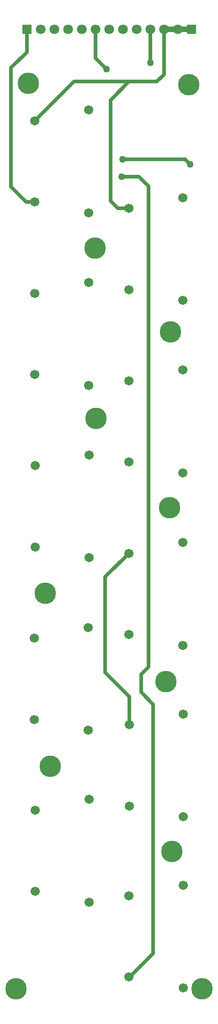
<source format=gbl>
%FSLAX23Y23*%
%MOIN*%
G70*
G01*
G75*
G04 Layer_Physical_Order=2*
G04 Layer_Color=48896*
%ADD10C,0.028*%
%ADD11R,0.071X0.071*%
%ADD12C,0.071*%
%ADD13C,0.157*%
%ADD14C,0.067*%
%ADD15C,0.050*%
%ADD16C,0.039*%
D10*
X7673Y3575D02*
X7844Y3746D01*
X7673Y2878D02*
Y3575D01*
Y2878D02*
X7848Y2703D01*
Y2498D02*
Y2703D01*
X7920Y6488D02*
X7988Y6420D01*
Y2919D02*
Y6420D01*
X7935Y2866D02*
X7988Y2919D01*
X7712Y6312D02*
Y7046D01*
Y6312D02*
X7766Y6258D01*
X7844D01*
X6986Y6415D02*
Y7282D01*
X7096Y6305D02*
X7159D01*
X6986Y6415D02*
X7096Y6305D01*
X7846Y7181D02*
X8050D01*
X7445D02*
X7846D01*
X7712Y7046D02*
X7846Y7181D01*
X8101Y7232D02*
Y7562D01*
X8050Y7181D02*
X8101Y7232D01*
X7159Y6896D02*
X7445Y7181D01*
X7601Y7352D02*
Y7562D01*
Y7352D02*
X7682Y7271D01*
X7793Y6488D02*
X7920D01*
X8257Y6616D02*
X8293Y6580D01*
X7799Y6616D02*
X8257D01*
X7101Y7397D02*
Y7562D01*
X8001Y7318D02*
Y7562D01*
X6986Y7282D02*
X7101Y7397D01*
X7163Y1871D02*
X7175D01*
X7850Y658D02*
X8023Y831D01*
X7935Y2734D02*
Y2866D01*
Y2734D02*
X8023Y2646D01*
Y831D02*
Y2646D01*
D11*
X8301Y7562D02*
D03*
X7101D02*
D03*
D12*
X8201D02*
D03*
X8101D02*
D03*
X8001D02*
D03*
X7901D02*
D03*
X7801D02*
D03*
X7701D02*
D03*
X7601D02*
D03*
X7501D02*
D03*
X7401D02*
D03*
X7301D02*
D03*
X7201D02*
D03*
D13*
X7022Y575D02*
D03*
X8380D02*
D03*
X7272Y2197D02*
D03*
X8158Y1575D02*
D03*
X8114Y2811D02*
D03*
X7236Y3457D02*
D03*
X8142Y4079D02*
D03*
X7606Y4728D02*
D03*
X8150Y5358D02*
D03*
X7598Y5969D02*
D03*
X8282Y7158D02*
D03*
X7112Y7169D02*
D03*
D14*
X7553Y6974D02*
D03*
Y6226D02*
D03*
X7159Y6896D02*
D03*
Y6305D02*
D03*
X7557Y1955D02*
D03*
Y1207D02*
D03*
X7163Y1876D02*
D03*
Y1285D02*
D03*
X8238Y6337D02*
D03*
Y5589D02*
D03*
X7844Y6258D02*
D03*
Y5667D02*
D03*
X8238Y5081D02*
D03*
Y4333D02*
D03*
X7844Y5002D02*
D03*
Y4411D02*
D03*
X7557Y4463D02*
D03*
Y3715D02*
D03*
X7163Y4384D02*
D03*
Y3793D02*
D03*
X8238Y3825D02*
D03*
Y3077D02*
D03*
X7844Y3746D02*
D03*
Y3156D02*
D03*
X8241Y1330D02*
D03*
Y582D02*
D03*
X7847Y1251D02*
D03*
Y661D02*
D03*
X7549Y3207D02*
D03*
Y2459D02*
D03*
X7156Y3128D02*
D03*
Y2537D02*
D03*
X7553Y5719D02*
D03*
Y4970D02*
D03*
X7159Y5640D02*
D03*
Y5049D02*
D03*
X8242Y2577D02*
D03*
Y1829D02*
D03*
X7848Y2498D02*
D03*
Y1907D02*
D03*
D15*
X7682Y7271D02*
D03*
X7793Y6488D02*
D03*
X8293Y6580D02*
D03*
X7799Y6616D02*
D03*
X8001Y7318D02*
D03*
D16*
X8201Y7562D02*
X8301D01*
X8101D02*
X8201D01*
M02*

</source>
